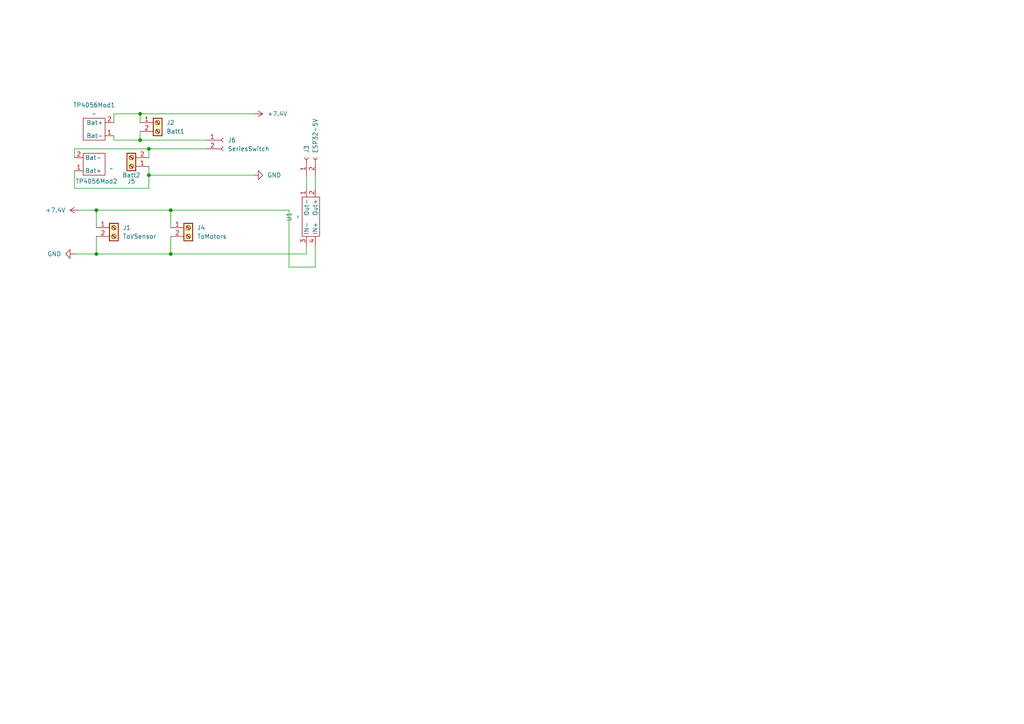
<source format=kicad_sch>
(kicad_sch (version 20231120) (generator "eeschema") (generator_version "8.0")
  (paper "A4")
  (lib_symbols
    (symbol "Connector:Conn_01x02_Socket" (pin_names (offset 1.016) hide)
      (property "Reference" "J" (at 0 2.54 0))
      (property "Value" "Conn_01x02_Socket" (at 0 -5.08 0))
      (symbol "Conn_01x02_Socket_1_1"
        (arc (start 0 -2.032) (mid -0.5058 -2.54) (end 0 -3.048) (stroke (width 0.1524)))
        (polyline (pts (xy -1.27 -2.54) (xy -0.508 -2.54)) (stroke (width 0.1524)))
        (polyline (pts (xy -1.27 0) (xy -0.508 0)) (stroke (width 0.1524)))
        (arc (start 0 0.508) (mid -0.5058 0) (end 0 -0.508) (stroke (width 0.1524)))
        (pin passive line (at -5.08 0 0) (length 3.81) (name "Pin_1") (number "1"))
        (pin passive line (at -5.08 -2.54 0) (length 3.81) (name "Pin_2") (number "2"))
      )
    )
    (symbol "Connector:Screw_Terminal_01x02" (pin_names (offset 1.016) hide)
      (property "Reference" "J" (at 0 2.54 0))
      (property "Value" "Screw_Terminal_01x02" (at 0 -5.08 0))
      (symbol "Screw_Terminal_01x02_1_1"
        (rectangle (start -1.27 1.27) (end 1.27 -3.81) (stroke (width 0.254)) (fill (type background)))
        (circle (center 0 -2.54) (radius 0.635) (stroke (width 0.1524)))
        (polyline (pts (xy -0.5334 -2.2098) (xy 0.3302 -3.048)) (stroke (width 0.1524)))
        (polyline (pts (xy -0.5334 0.3302) (xy 0.3302 -0.508)) (stroke (width 0.1524)))
        (polyline (pts (xy -0.3556 -2.032) (xy 0.508 -2.8702)) (stroke (width 0.1524)))
        (polyline (pts (xy -0.3556 0.508) (xy 0.508 -0.3302)) (stroke (width 0.1524)))
        (circle (center 0 0) (radius 0.635) (stroke (width 0.1524)))
        (pin passive line (at -5.08 0 0) (length 3.81) (name "Pin_1") (number "1"))
        (pin passive line (at -5.08 -2.54 0) (length 3.81) (name "Pin_2") (number "2"))
      )
    )
    (symbol "TP4056-USBC-Module_1"
      (property "Reference" "TP4056Mod1" (at -1.905 5.08 0))
      (property "Value" "~" (at -1.905 2.54 0))
      (symbol "TP4056-USBC-Module_1_0_1"
        (rectangle (start -5.08 1.27) (end 1.27 -5.08))
      )
      (symbol "TP4056-USBC-Module_1_1_1"
        (pin input line (at 3.81 -3.81 180) (length 2.54) (name "Bat-") (number "1"))
        (pin input line (at 3.81 0 180) (length 2.54) (name "Bat+") (number "2"))
      )
    )
    (symbol "USBC-Charger:TP4056-USBC-Module"
      (property "Reference" "TP4056Mod" (at -1.524 2.286 0))
      (symbol "TP4056-USBC-Module_0_1"
        (rectangle (start -5.08 1.27) (end 1.27 -5.08))
      )
      (symbol "TP4056-USBC-Module_1_1"
        (pin input line (at 3.81 0 180) (length 2.54) (name "Bat+") (number "1"))
        (pin input line (at 3.81 -3.81 180) (length 2.54) (name "Bat-") (number "2"))
      )
    )
    (symbol "USBC-Charger:ZX-MINI-360"
      (property "Reference" "U" (at 0 4.064 0))
      (symbol "ZX-MINI-360_0_1"
        (rectangle (start -6.35 2.54) (end 5.08 -2.54))
      )
      (symbol "ZX-MINI-360_1_1"
        (pin input line (at 7.62 1.27 180) (length 2.54) (name "Out-") (number "1"))
        (pin input line (at 7.62 -1.27 180) (length 2.54) (name "Out+") (number "2"))
        (pin input line (at -8.89 1.27 0) (length 2.54) (name "IN-") (number "3"))
        (pin input line (at -8.89 -1.27 0) (length 2.54) (name "IN+") (number "4"))
      )
    )
    (symbol "power:+7.5V" (power) (pin_numbers hide) (pin_names (offset 0) hide)
      (property "Value" "+7.5V" (at 0 3.556 0))
      (symbol "+7.5V_0_1"
        (polyline (pts (xy -0.762 1.27) (xy 0 2.54)))
        (polyline (pts (xy 0 0) (xy 0 2.54)))
        (polyline (pts (xy 0 2.54) (xy 0.762 1.27)))
      )
      (symbol "+7.5V_1_1"
        (pin power_in line (at 0 0 90) (length 0) (name "~") (number "1"))
      )
    )
    (symbol "power:GND" (power) (pin_numbers hide) (pin_names (offset 0) hide)
      (property "Value" "GND" (at 0 -3.81 0))
      (symbol "GND_0_1"
        (polyline (pts (xy 0 0) (xy 0 -1.27) (xy 1.27 -1.27) (xy 0 -2.54) (xy -1.27 -1.27) (xy 0 -1.27)))
      )
      (symbol "GND_1_1"
        (pin power_in line (at 0 0 270) (length 0) (name "~") (number "1"))
      )
    )
  )
  (junction (at 27.94 73.66))
  (junction (at 43.18 50.8))
  (junction (at 40.64 33.02))
  (junction (at 49.53 73.66))
  (junction (at 40.64 40.64))
  (junction (at 27.94 60.96))
  (junction (at 49.53 60.96))
  (junction (at 43.18 43.18))
  (wire (pts (xy 27.94 60.96) (xy 49.53 60.96)))
  (wire (pts (xy 21.59 54.61) (xy 43.18 54.61)))
  (wire (pts (xy 33.02 33.02) (xy 33.02 35.56)))
  (wire (pts (xy 21.59 49.53) (xy 21.59 54.61)))
  (wire (pts (xy 49.53 73.66) (xy 88.9 73.66)))
  (wire (pts (xy 43.18 54.61) (xy 43.18 50.8)))
  (wire (pts (xy 27.94 73.66) (xy 49.53 73.66)))
  (wire (pts (xy 43.18 48.26) (xy 43.18 50.8)))
  (wire (pts (xy 27.94 60.96) (xy 27.94 66.04)))
  (wire (pts (xy 27.94 68.58) (xy 27.94 73.66)))
  (wire (pts (xy 40.64 33.02) (xy 40.64 35.56)))
  (wire (pts (xy 21.59 45.72) (xy 21.59 43.18)))
  (wire (pts (xy 49.53 73.66) (xy 49.53 68.58)))
  (wire (pts (xy 88.9 54.61) (xy 88.9 50.8)))
  (wire (pts (xy 33.02 40.64) (xy 40.64 40.64)))
  (wire (pts (xy 40.64 33.02) (xy 73.66 33.02)))
  (wire (pts (xy 40.64 40.64) (xy 59.69 40.64)))
  (wire (pts (xy 22.86 60.96) (xy 27.94 60.96)))
  (wire (pts (xy 83.82 77.47) (xy 91.44 77.47)))
  (wire (pts (xy 43.18 50.8) (xy 73.66 50.8)))
  (wire (pts (xy 43.18 43.18) (xy 43.18 45.72)))
  (wire (pts (xy 33.02 40.64) (xy 33.02 39.37)))
  (wire (pts (xy 49.53 60.96) (xy 49.53 66.04)))
  (wire (pts (xy 49.53 60.96) (xy 83.82 60.96)))
  (wire (pts (xy 91.44 54.61) (xy 91.44 50.8)))
  (wire (pts (xy 33.02 33.02) (xy 40.64 33.02)))
  (wire (pts (xy 21.59 73.66) (xy 27.94 73.66)))
  (wire (pts (xy 40.64 38.1) (xy 40.64 40.64)))
  (wire (pts (xy 43.18 43.18) (xy 59.69 43.18)))
  (wire (pts (xy 21.59 43.18) (xy 43.18 43.18)))
  (wire (pts (xy 88.9 73.66) (xy 88.9 71.12)))
  (wire (pts (xy 91.44 77.47) (xy 91.44 71.12)))
  (wire (pts (xy 83.82 60.96) (xy 83.82 77.47)))
  (symbol (lib_id "USBC-Charger:TP4056-USBC-Module") (at 25.4 49.53 180) (unit 1)
    (property "Reference" "TP4056Mod2" (at 21.844 52.578 0) (effects (justify right)))
    (property "Value" "~" (at 31.75 48.895 0) (effects (justify right)))
    (property "Footprint" "USBC-Charger:USBC-LiPo-ChargingModule" (effects (hide yes)))
  )
  (symbol (lib_id "USBC-Charger:ZX-MINI-360") (at 90.17 62.23 90) (unit 1)
    (property "Reference" "U1" (at 83.82 62.865 0))
    (property "Value" "~" (at 86.36 62.865 0))
    (property "Footprint" "USBC-Charger:ZX-Mini-360" (effects (hide yes)))
  )
  (symbol (lib_name "TP4056-USBC-Module_1") (lib_id "USBC-Charger:TP4056-USBC-Module") (at 29.21 35.56 0) (unit 1)
    (property "Reference" "TP4056Mod1" (at 27.305 30.48 0))
    (property "Value" "~" (at 27.305 33.02 0))
    (property "Footprint" "USBC-Charger:USBC-LiPo-ChargingModule" (effects (hide yes)))
  )
  (symbol (lib_id "power:+7.5V") (at 22.86 60.96 90) (unit 1)
    (property "Reference" "#PWR03" (effects (hide yes)))
    (property "Value" "+7.4V" (at 19.05 60.9599 90) (effects (justify left)))
    (property "Description" "Power symbol creates a global label with name \"+7.5V\"" (effects (hide yes)))
  )
  (symbol (lib_id "Connector:Screw_Terminal_01x02") (at 54.61 66.04 0) (unit 1)
    (property "Reference" "J4" (at 57.15 66.0399 0) (effects (justify left)))
    (property "Value" "ToMotors" (at 57.15 68.5799 0) (effects (justify left)))
    (property "Footprint" "TerminalBlock:TerminalBlock_Xinya_XY308-2.54-2P_1x02_P2.54mm_Horizontal" (effects (hide yes)))
    (property "Description" "Generic screw terminal, single row, 01x02, script generated (kicad-library-utils/schlib/autogen/connector/)" (effects (hide yes)))
  )
  (symbol (lib_id "Connector:Conn_01x02_Socket") (at 88.9 45.72 90) (unit 1)
    (property "Reference" "J3" (at 88.8999 44.45 0) (effects (justify left)))
    (property "Value" "ESP32-5V" (at 91.4399 44.45 0) (effects (justify left)))
    (property "Footprint" "Connector_JST:JST_EH_B2B-EH-A_1x02_P2.50mm_Vertical" (effects (hide yes)))
    (property "Description" "Generic connector, single row, 01x02, script generated" (effects (hide yes)))
  )
  (symbol (lib_id "Connector:Screw_Terminal_01x02") (at 33.02 66.04 0) (unit 1)
    (property "Reference" "J1" (at 35.56 66.0399 0) (effects (justify left)))
    (property "Value" "ToVSensor" (at 35.56 68.5799 0) (effects (justify left)))
    (property "Footprint" "TerminalBlock:TerminalBlock_Xinya_XY308-2.54-2P_1x02_P2.54mm_Horizontal" (effects (hide yes)))
    (property "Description" "Generic screw terminal, single row, 01x02, script generated (kicad-library-utils/schlib/autogen/connector/)" (effects (hide yes)))
  )
  (symbol (lib_id "Connector:Screw_Terminal_01x02") (at 38.1 48.26 180) (unit 1)
    (property "Reference" "J5" (at 38.1 52.578 0))
    (property "Value" "Batt2" (at 38.1 50.8 0))
    (property "Footprint" "TerminalBlock:TerminalBlock_Xinya_XY308-2.54-2P_1x02_P2.54mm_Horizontal" (effects (hide yes)))
    (property "Description" "Generic screw terminal, single row, 01x02, script generated (kicad-library-utils/schlib/autogen/connector/)" (effects (hide yes)))
  )
  (symbol (lib_id "Connector:Conn_01x02_Socket") (at 64.77 40.64 0) (unit 1)
    (property "Reference" "J6" (at 66.04 40.6399 0) (effects (justify left)))
    (property "Value" "SeriesSwitch" (at 66.04 43.1799 0) (effects (justify left)))
    (property "Footprint" "Connector_JST:JST_EH_B2B-EH-A_1x02_P2.50mm_Vertical" (effects (hide yes)))
    (property "Description" "Generic connector, single row, 01x02, script generated" (effects (hide yes)))
  )
  (symbol (lib_id "power:GND") (at 73.66 50.8 90) (unit 1)
    (property "Reference" "#PWR01" (effects (hide yes)))
    (property "Value" "GND" (at 77.47 50.7999 90) (effects (justify right)))
    (property "Description" "Power symbol creates a global label with name \"GND\" , ground" (effects (hide yes)))
  )
  (symbol (lib_id "power:+7.5V") (at 73.66 33.02 270) (unit 1)
    (property "Reference" "#PWR02" (effects (hide yes)))
    (property "Value" "+7.4V" (at 77.47 33.0199 90) (effects (justify left)))
    (property "Description" "Power symbol creates a global label with name \"+7.5V\"" (effects (hide yes)))
  )
  (symbol (lib_id "Connector:Screw_Terminal_01x02") (at 45.72 35.56 0) (unit 1)
    (property "Reference" "J2" (at 48.26 35.5599 0) (effects (justify left)))
    (property "Value" "Batt1" (at 48.26 38.0999 0) (effects (justify left)))
    (property "Footprint" "TerminalBlock:TerminalBlock_Xinya_XY308-2.54-2P_1x02_P2.54mm_Horizontal" (effects (hide yes)))
    (property "Description" "Generic screw terminal, single row, 01x02, script generated (kicad-library-utils/schlib/autogen/connector/)" (effects (hide yes)))
  )
  (symbol (lib_id "power:GND") (at 21.59 73.66 270) (unit 1)
    (property "Reference" "#PWR04" (effects (hide yes)))
    (property "Value" "GND" (at 17.78 73.6599 90) (effects (justify right)))
    (property "Description" "Power symbol creates a global label with name \"GND\" , ground" (effects (hide yes)))
  )
)
</source>
